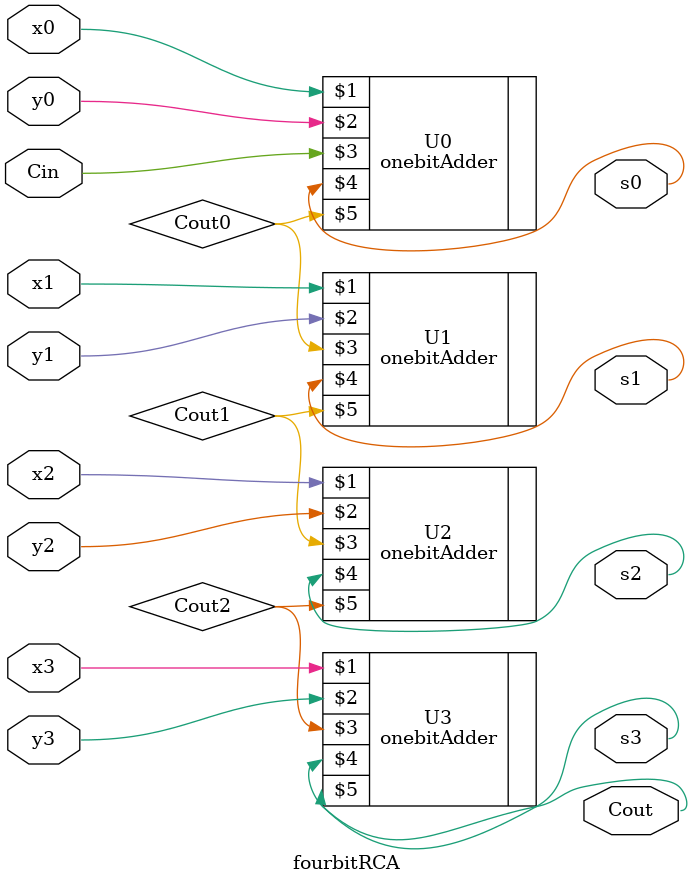
<source format=v>
module fourbitRCA(x0,x1,x2,x3,y0,y1,y2,y3,Cin,Cout,s0,s1,s2,s3);
	input x0,x1,x2,x3,y0,y1,y2,y3,Cin;
	output Cout,s0,s1,s2,s3;
	
	onebitAdder U0(x0,y0,Cin,s0, Cout0);
	onebitAdder U1(x1,y1,Cout0,s1, Cout1);
	onebitAdder U2(x2,y2,Cout1,s2, Cout2);
	onebitAdder U3(x3,y3,Cout2,s3, Cout);
	
	
	
endmodule

</source>
